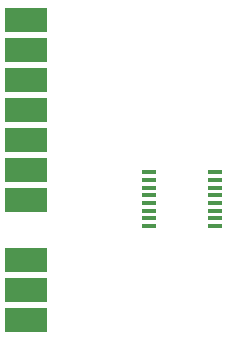
<source format=gbp>
G04 (created by PCBNEW-RS274X (2011-nov-30)-testing) date Wed 25 Apr 2012 08:27:10 PM CDT*
G01*
G70*
G90*
%MOIN*%
G04 Gerber Fmt 3.4, Leading zero omitted, Abs format*
%FSLAX34Y34*%
G04 APERTURE LIST*
%ADD10C,0.006000*%
%ADD11R,0.050000X0.015000*%
%ADD12R,0.140000X0.080000*%
G04 APERTURE END LIST*
G54D10*
G54D11*
X07082Y-14284D03*
X07082Y-14540D03*
X07082Y-14796D03*
X07082Y-15052D03*
X07082Y-15308D03*
X07082Y-15564D03*
X07082Y-15820D03*
X07082Y-16076D03*
X04878Y-16076D03*
X04878Y-15820D03*
X04878Y-15564D03*
X04878Y-15308D03*
X04878Y-15052D03*
X04878Y-14796D03*
X04878Y-14540D03*
X04878Y-14284D03*
G54D12*
X00800Y-15200D03*
X00800Y-14200D03*
X00800Y-13200D03*
X00800Y-12200D03*
X00800Y-11200D03*
X00800Y-10200D03*
X00800Y-09200D03*
X00800Y-19200D03*
X00800Y-18200D03*
X00800Y-17200D03*
M02*

</source>
